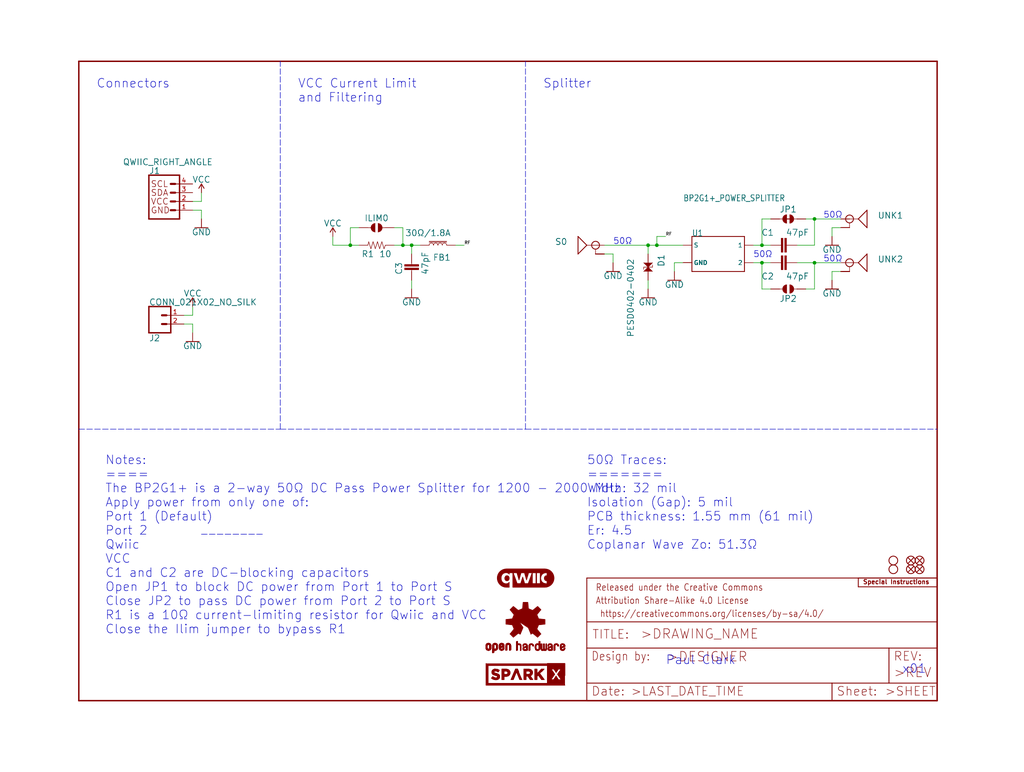
<source format=kicad_sch>
(kicad_sch (version 20211123) (generator eeschema)
  (paper "User" 297.002 223.926)
  (lib_symbols
    (symbol "eagleSchem-eagle-import:10OHM-0603-1{slash}10W-1%"
      (property "Reference" "R" (at 0 1.524 0))
      (property "Value" "10OHM-0603-1{slash}10W-1%" (at 0 -1.524 0))
      (symbol "10OHM-0603-1{slash}10W-1%_1_0"
        (pin passive line (at -5.08 0 0) (length 2.54) (name "1") (number "1"))
        (pin passive line (at 5.08 0 180) (length 2.54) (name "2") (number "2"))
      )
    )
    (symbol "eagleSchem-eagle-import:47PF-0603-50V-5%"
      (property "Reference" "C" (at 1.524 2.921 0))
      (property "Value" "47PF-0603-50V-5%" (at 1.524 -2.159 0))
      (symbol "47PF-0603-50V-5%_1_0"
        (pin passive line (at 0 5.08 270) (length 2.54) (name "1") (number "1"))
        (pin passive line (at 0 -2.54 90) (length 2.54) (name "2") (number "2"))
      )
    )
    (symbol "eagleSchem-eagle-import:ANTENNA-SMA-GROUNDEDEDGE_SMA"
      (property "Reference" "E" (at 3.048 0 0))
      (property "Value" "ANTENNA-SMA-GROUNDEDEDGE_SMA" (at 3.048 -2.286 0))
      (symbol "ANTENNA-SMA-GROUNDEDEDGE_SMA_1_0"
        (pin bidirectional line (at 2.54 -2.54 90) (length 2.54) (name "GND") (number "GND@0"))
        (pin bidirectional line (at 2.54 -2.54 90) (length 2.54) (name "GND") (number "GND@1"))
        (pin bidirectional line (at 2.54 -2.54 90) (length 2.54) (name "GND") (number "GND@2"))
        (pin bidirectional line (at 2.54 -2.54 90) (length 2.54) (name "GND") (number "GND@3"))
        (pin bidirectional line (at 0 -2.54 90) (length 2.54) (name "SIGNAL") (number "SIG"))
      )
    )
    (symbol "eagleSchem-eagle-import:BP2G1+_POWER_SPLITTER"
      (property "Value" "BP2G1+_POWER_SPLITTER" (at -7.62 -7.62 0))
      (symbol "BP2G1+_POWER_SPLITTER_1_0"
        (pin bidirectional line (at -10.16 -2.54 0) (length 2.54) (name "GND") (number "1"))
        (pin bidirectional line (at -10.16 2.54 0) (length 2.54) (name "S") (number "2"))
        (pin bidirectional line (at -10.16 -2.54 0) (length 2.54) (name "GND") (number "3"))
        (pin bidirectional line (at -10.16 -2.54 0) (length 2.54) (name "GND") (number "4"))
        (pin bidirectional line (at 10.16 -2.54 180) (length 2.54) (name "2") (number "5"))
        (pin bidirectional line (at -10.16 -2.54 0) (length 2.54) (name "GND") (number "6"))
        (pin bidirectional line (at -10.16 -2.54 0) (length 2.54) (name "GND") (number "7"))
        (pin bidirectional line (at 10.16 2.54 180) (length 2.54) (name "1") (number "8"))
      )
    )
    (symbol "eagleSchem-eagle-import:CONN_021X02_NO_SILK"
      (property "Reference" "J" (at -2.54 5.588 0))
      (property "Value" "CONN_021X02_NO_SILK" (at -2.54 -4.826 0))
      (symbol "CONN_021X02_NO_SILK_1_0"
        (pin passive line (at 7.62 0 180) (length 5.08) (name "1") (number "1"))
        (pin passive line (at 7.62 2.54 180) (length 5.08) (name "2") (number "2"))
      )
    )
    (symbol "eagleSchem-eagle-import:FERRITE_BEAD-0603"
      (property "Reference" "FB" (at 1.27 2.54 0))
      (property "Value" "FERRITE_BEAD-0603" (at 1.27 -2.54 0))
      (symbol "FERRITE_BEAD-0603_1_0"
        (pin passive line (at 0 5.08 270) (length 2.54) (name "1") (number "1"))
        (pin passive line (at 0 -5.08 90) (length 2.54) (name "2") (number "2"))
      )
    )
    (symbol "eagleSchem-eagle-import:FIDUCIAL1X2")
    (symbol "eagleSchem-eagle-import:FRAME-LETTER"
      (symbol "FRAME-LETTER_2_0"
        (text " https://creativecommons.org/licenses/by-sa/4.0/" (at 2.54 24.13 0) (effects (font (size 1.9304 1.6408)) (justify left bottom)))
        (text ">DESIGNER" (at 23.114 11.176 0) (effects (font (size 2.7432 2.7432)) (justify left bottom)))
        (text ">DRAWING_NAME" (at 15.494 17.78 0) (effects (font (size 2.7432 2.7432)) (justify left bottom)))
        (text ">LAST_DATE_TIME" (at 12.7 1.27 0) (effects (font (size 2.54 2.54)) (justify left bottom)))
        (text ">REV" (at 88.9 6.604 0) (effects (font (size 2.7432 2.7432)) (justify left bottom)))
        (text ">SHEET" (at 86.36 1.27 0) (effects (font (size 2.54 2.54)) (justify left bottom)))
        (text "Attribution Share-Alike 4.0 License" (at 2.54 27.94 0) (effects (font (size 1.9304 1.6408)) (justify left bottom)))
        (text "Date:" (at 1.27 1.27 0) (effects (font (size 2.54 2.54)) (justify left bottom)))
        (text "Design by:" (at 1.27 11.43 0) (effects (font (size 2.54 2.159)) (justify left bottom)))
        (text "Released under the Creative Commons" (at 2.54 31.75 0) (effects (font (size 1.9304 1.6408)) (justify left bottom)))
        (text "REV:" (at 88.9 11.43 0) (effects (font (size 2.54 2.54)) (justify left bottom)))
        (text "Sheet:" (at 72.39 1.27 0) (effects (font (size 2.54 2.54)) (justify left bottom)))
        (text "TITLE:" (at 1.524 17.78 0) (effects (font (size 2.54 2.54)) (justify left bottom)))
      )
    )
    (symbol "eagleSchem-eagle-import:GND" (power)
      (property "Value" "GND" (at 0 -0.254 0))
      (symbol "GND_1_0"
        (pin power_in line (at 0 2.54 270) (length 2.54) (name "GND") (number "1"))
      )
    )
    (symbol "eagleSchem-eagle-import:JUMPER-SMT_2_NC_TRACE_SILK"
      (property "Reference" "JP" (at 0 3.048 0))
      (property "Value" "JUMPER-SMT_2_NC_TRACE_SILK" (at 0 -3.048 0))
      (symbol "JUMPER-SMT_2_NC_TRACE_SILK_1_0"
        (pin passive line (at -5.08 0 0) (length 2.54) (name "1") (number "1"))
        (pin passive line (at 5.08 0 180) (length 2.54) (name "2") (number "2"))
      )
    )
    (symbol "eagleSchem-eagle-import:JUMPER-SMT_2_NO_SILK"
      (property "Reference" "JP" (at 0 2.794 0))
      (property "Value" "JUMPER-SMT_2_NO_SILK" (at 0 -2.794 0))
      (symbol "JUMPER-SMT_2_NO_SILK_1_0"
        (pin passive line (at -5.08 0 0) (length 2.54) (name "1") (number "1"))
        (pin passive line (at 5.08 0 180) (length 2.54) (name "2") (number "2"))
      )
    )
    (symbol "eagleSchem-eagle-import:OSHW-LOGOS")
    (symbol "eagleSchem-eagle-import:PESD0402-0402"
      (property "Reference" "D" (at -2.54 2.794 0))
      (property "Value" "PESD0402-0402" (at -2.54 -2.794 0))
      (symbol "PESD0402-0402_1_0"
        (pin bidirectional line (at -2.54 0 0) (length 2.54) (name "1") (number "1"))
        (pin bidirectional line (at 5.08 0 180) (length 2.54) (name "2") (number "2"))
      )
    )
    (symbol "eagleSchem-eagle-import:QWIIC_CONNECTORJS-1MM"
      (property "Reference" "J" (at -5.08 7.874 0))
      (property "Value" "QWIIC_CONNECTORJS-1MM" (at -5.08 -5.334 0))
      (symbol "QWIIC_CONNECTORJS-1MM_1_0"
        (text "GND" (at -4.572 -2.54 0) (effects (font (size 1.778 1.778)) (justify left)))
        (text "SCL" (at -4.572 5.08 0) (effects (font (size 1.778 1.778)) (justify left)))
        (text "SDA" (at -4.572 2.54 0) (effects (font (size 1.778 1.778)) (justify left)))
        (text "VCC" (at -4.572 0 0) (effects (font (size 1.778 1.778)) (justify left)))
        (pin power_in line (at 7.62 -2.54 180) (length 5.08) (name "1") (number "1"))
        (pin power_in line (at 7.62 0 180) (length 5.08) (name "2") (number "2"))
        (pin passive line (at 7.62 2.54 180) (length 5.08) (name "3") (number "3"))
        (pin passive line (at 7.62 5.08 180) (length 5.08) (name "4") (number "4"))
      )
    )
    (symbol "eagleSchem-eagle-import:QWIIC_LOGO_6MM")
    (symbol "eagleSchem-eagle-import:SPARKX-LOGO3")
    (symbol "eagleSchem-eagle-import:SPECIAL_INSTRUCTIONS-ORDERING"
      (symbol "SPECIAL_INSTRUCTIONS-ORDERING_1_0"
        (text "Special Instructions" (at 1.27 0.6985 0) (effects (font (size 1.27 1.27) (thickness 0.254) bold) (justify left bottom)))
      )
    )
    (symbol "eagleSchem-eagle-import:STAND-OFF")
    (symbol "eagleSchem-eagle-import:VCC" (power)
      (property "Value" "VCC" (at 0 2.794 0))
      (symbol "VCC_1_0"
        (pin power_in line (at 0 0 90) (length 2.54) (name "VCC") (number "1"))
      )
    )
  )
  (junction (at 119.38 71.12))
  (junction (at 101.6 71.12))
  (junction (at 190.5 71.12))
  (junction (at 187.96 71.12))
  (junction (at 236.22 76.2))
  (junction (at 116.84 71.12))
  (junction (at 236.22 63.5))
  (junction (at 220.98 76.2))
  (junction (at 220.98 71.12))
  (polyline (pts (xy 152.4 124.46) (xy 271.78 124.46)))
  (wire (pts (xy 236.22 83.82) (xy 236.22 76.2)))
  (polyline (pts (xy 152.4 124.46) (xy 152.4 17.78)))
  (wire (pts (xy 233.68 83.82) (xy 236.22 83.82)))
  (wire (pts (xy 55.88 93.98) (xy 55.88 96.52)))
  (wire (pts (xy 101.6 66.04) (xy 101.6 71.12)))
  (wire (pts (xy 55.88 88.9) (xy 55.88 91.44)))
  (wire (pts (xy 175.26 71.12) (xy 187.96 71.12)))
  (wire (pts (xy 58.42 60.96) (xy 58.42 63.5)))
  (wire (pts (xy 177.8 73.66) (xy 177.8 76.2)))
  (wire (pts (xy 187.96 73.66) (xy 187.96 71.12)))
  (wire (pts (xy 58.42 58.42) (xy 55.88 58.42)))
  (wire (pts (xy 236.22 63.5) (xy 236.22 71.12)))
  (wire (pts (xy 187.96 71.12) (xy 190.5 71.12)))
  (wire (pts (xy 223.52 76.2) (xy 220.98 76.2)))
  (wire (pts (xy 231.14 76.2) (xy 236.22 76.2)))
  (wire (pts (xy 116.84 71.12) (xy 119.38 71.12)))
  (wire (pts (xy 119.38 71.12) (xy 121.92 71.12)))
  (wire (pts (xy 243.84 63.5) (xy 236.22 63.5)))
  (wire (pts (xy 96.52 68.58) (xy 96.52 71.12)))
  (wire (pts (xy 241.3 66.04) (xy 241.3 68.58)))
  (wire (pts (xy 114.3 66.04) (xy 116.84 66.04)))
  (wire (pts (xy 243.84 76.2) (xy 236.22 76.2)))
  (wire (pts (xy 223.52 83.82) (xy 220.98 83.82)))
  (wire (pts (xy 195.58 76.2) (xy 195.58 78.74)))
  (wire (pts (xy 119.38 73.66) (xy 119.38 71.12)))
  (wire (pts (xy 190.5 68.58) (xy 190.5 71.12)))
  (wire (pts (xy 53.34 93.98) (xy 55.88 93.98)))
  (wire (pts (xy 132.08 71.12) (xy 134.62 71.12)))
  (wire (pts (xy 220.98 63.5) (xy 220.98 71.12)))
  (wire (pts (xy 96.52 71.12) (xy 101.6 71.12)))
  (wire (pts (xy 243.84 66.04) (xy 241.3 66.04)))
  (wire (pts (xy 218.44 76.2) (xy 220.98 76.2)))
  (polyline (pts (xy 22.86 124.46) (xy 81.28 124.46)))
  (polyline (pts (xy 81.28 124.46) (xy 81.28 17.78)))
  (wire (pts (xy 114.3 71.12) (xy 116.84 71.12)))
  (wire (pts (xy 193.04 68.58) (xy 190.5 68.58)))
  (wire (pts (xy 223.52 63.5) (xy 220.98 63.5)))
  (wire (pts (xy 220.98 83.82) (xy 220.98 76.2)))
  (wire (pts (xy 218.44 71.12) (xy 220.98 71.12)))
  (wire (pts (xy 233.68 63.5) (xy 236.22 63.5)))
  (polyline (pts (xy 58.42 154.94) (xy 76.2 154.94)))
  (wire (pts (xy 243.84 78.74) (xy 241.3 78.74)))
  (polyline (pts (xy 81.28 124.46) (xy 152.4 124.46)))
  (wire (pts (xy 198.12 76.2) (xy 195.58 76.2)))
  (wire (pts (xy 116.84 66.04) (xy 116.84 71.12)))
  (wire (pts (xy 231.14 71.12) (xy 236.22 71.12)))
  (wire (pts (xy 190.5 71.12) (xy 198.12 71.12)))
  (wire (pts (xy 53.34 91.44) (xy 55.88 91.44)))
  (wire (pts (xy 58.42 55.88) (xy 58.42 58.42)))
  (wire (pts (xy 175.26 73.66) (xy 177.8 73.66)))
  (wire (pts (xy 119.38 81.28) (xy 119.38 83.82)))
  (wire (pts (xy 104.14 71.12) (xy 101.6 71.12)))
  (wire (pts (xy 187.96 81.28) (xy 187.96 83.82)))
  (wire (pts (xy 241.3 78.74) (xy 241.3 81.28)))
  (wire (pts (xy 104.14 66.04) (xy 101.6 66.04)))
  (wire (pts (xy 55.88 60.96) (xy 58.42 60.96)))
  (wire (pts (xy 223.52 71.12) (xy 220.98 71.12)))
  (text "50Ω" (at 177.8 71.12 180) (effects (font (size 1.778 1.778)) (justify left bottom)))
  (text "Connectors" (at 27.94 22.86 180) (effects (font (size 2.54 2.54)) (justify left top)))
  (text "50Ω" (at 218.44 74.93 180) (effects (font (size 1.778 1.778)) (justify left bottom)))
  (text "VCC Current Limit\nand Filtering" (at 86.36 22.86 180) (effects (font (size 2.54 2.54)) (justify left top)))
  (text "50Ω" (at 238.76 76.2 180) (effects (font (size 1.778 1.778)) (justify left bottom)))
  (text "Splitter" (at 157.48 22.86 180) (effects (font (size 2.54 2.54)) (justify left top)))
  (text "Notes:\n====\nThe BP2G1+ is a 2-way 50Ω DC Pass Power Splitter for 1200 - 2000 MHz\nApply power from only one of:\nPort 1 (Default)\nPort 2\nQwiic\nVCC\nC1 and C2 are DC-blocking capacitors\nOpen JP1 to block DC power from Port 1 to Port S\nClose JP2 to pass DC power from Port 2 to Port S\nR1 is a 10Ω current-limiting resistor for Qwiic and VCC\nClose the Ilim jumper to bypass R1" (at 30.48 132.08 0) (effects (font (size 2.54 2.54)) (justify left top)))
  (text "x01" (at 261.62 195.58 180) (effects (font (size 2.54 2.54)) (justify left bottom)))
  (text "50Ω" (at 238.76 63.5 180) (effects (font (size 1.778 1.778)) (justify left bottom)))
  (text "Paul Clark" (at 193.04 193.04 180) (effects (font (size 2.54 2.54)) (justify left bottom)))
  (text "50Ω Traces:\n=======\nWidth: 32 mil\nIsolation (Gap): 5 mil\nPCB thickness: 1.55 mm (61 mil)\nEr: 4.5\nCoplanar Wave Zo: 51.3Ω" (at 170.18 132.08 0) (effects (font (size 2.54 2.54)) (justify left top)))
  (label "RF" (at 134.62 71.12 0) (effects (font (size 0.889 0.889))))
  (label "RF" (at 193.04 68.58 0) (effects (font (size 0.889 0.889))))
  (symbol (lib_id "eagleSchem-eagle-import:STAND-OFF") (at 259.08 162.56 0) (unit 1)
    (property "Reference" "H1" (effects hide))
    (property "Value" "STAND-OFF" (effects hide))
    (property "Footprint" "eagleSchem:STAND-OFF" (effects hide))
  )
  (symbol (lib_id "eagleSchem-eagle-import:JUMPER-SMT_2_NO_SILK") (at 109.22 66.04 0) (unit 1)
    (property "Reference" "ILIM0" (at 109.22 63.246 0) (effects (font (size 1.778 1.778))))
    (property "Value" "JUMPER-SMT_2_NO_SILK" (effects hide))
    (property "Footprint" "eagleSchem:SMT-JUMPER_2_NO_SILK" (effects hide))
  )
  (symbol (lib_id "eagleSchem-eagle-import:47PF-0603-50V-5%") (at 228.6 71.12 90) (unit 1)
    (property "Reference" "C1" (at 224.536 66.421 90) (effects (font (size 1.778 1.778)) (justify left bottom)))
    (property "Value" "47pF" (at 234.696 66.421 90) (effects (font (size 1.778 1.778)) (justify left bottom)))
    (property "Footprint" "eagleSchem:0603" (effects hide))
  )
  (symbol (lib_id "eagleSchem-eagle-import:GND") (at 58.42 66.04 0) (unit 1)
    (property "Reference" "#GND5" (effects hide))
    (property "Value" "GND" (at 58.42 66.294 0) (effects (font (size 1.778 1.778)) (justify top)))
    (property "Footprint" "eagleSchem:" (effects hide))
  )
  (symbol (lib_id "eagleSchem-eagle-import:JUMPER-SMT_2_NC_TRACE_SILK") (at 228.6 63.5 0) (unit 1)
    (property "Reference" "JP1" (at 228.6 60.706 0) (effects (font (size 1.778 1.778))))
    (property "Value" "JUMPER-SMT_2_NC_TRACE_SILK" (effects hide))
    (property "Footprint" "eagleSchem:SMT-JUMPER_2_NC_TRACE_SILK" (effects hide))
  )
  (symbol (lib_id "eagleSchem-eagle-import:FRAME-LETTER") (at 170.18 203.2 0) (unit 2)
    (property "Reference" "FRAME1" (effects hide))
    (property "Value" "FRAME-LETTER" (effects hide))
    (property "Footprint" "eagleSchem:CREATIVE_COMMONS" (effects hide))
  )
  (symbol (lib_id "eagleSchem-eagle-import:JUMPER-SMT_2_NO_SILK") (at 228.6 83.82 180) (unit 1)
    (property "Reference" "JP2" (at 228.6 86.614 0) (effects (font (size 1.778 1.778))))
    (property "Value" "JUMPER-SMT_2_NO_SILK" (effects hide))
    (property "Footprint" "eagleSchem:SMT-JUMPER_2_NO_SILK" (effects hide))
  )
  (symbol (lib_id "eagleSchem-eagle-import:10OHM-0603-1{slash}10W-1%") (at 109.22 71.12 180) (unit 1)
    (property "Reference" "R1" (at 106.68 72.644 0) (effects (font (size 1.778 1.778)) (justify bottom)))
    (property "Value" "10" (at 111.76 74.676 0) (effects (font (size 1.778 1.778)) (justify top)))
    (property "Footprint" "eagleSchem:0603" (effects hide))
  )
  (symbol (lib_id "eagleSchem-eagle-import:GND") (at 195.58 81.28 0) (unit 1)
    (property "Reference" "#GND3" (effects hide))
    (property "Value" "GND" (at 195.58 81.534 0) (effects (font (size 1.778 1.778)) (justify top)))
    (property "Footprint" "eagleSchem:" (effects hide))
  )
  (symbol (lib_id "eagleSchem-eagle-import:FIDUCIAL1X2") (at 266.7 162.56 0) (unit 1)
    (property "Reference" "FD3" (effects hide))
    (property "Value" "FIDUCIAL1X2" (effects hide))
    (property "Footprint" "eagleSchem:FIDUCIAL-1X2" (effects hide))
  )
  (symbol (lib_id "eagleSchem-eagle-import:ANTENNA-SMA-GROUNDEDEDGE_SMA") (at 246.38 76.2 270) (unit 1)
    (property "Reference" "UNK2" (at 254.508 76.2 90) (effects (font (size 1.778 1.778)) (justify left bottom)))
    (property "Value" "ANTENNA-SMA-GROUNDEDEDGE_SMA" (effects hide))
    (property "Footprint" "eagleSchem:SMA-EDGE" (effects hide))
  )
  (symbol (lib_id "eagleSchem-eagle-import:GND") (at 55.88 99.06 0) (mirror y) (unit 1)
    (property "Reference" "#GND6" (effects hide))
    (property "Value" "GND" (at 55.88 99.314 0) (effects (font (size 1.778 1.778)) (justify top)))
    (property "Footprint" "eagleSchem:" (effects hide))
  )
  (symbol (lib_id "eagleSchem-eagle-import:GND") (at 241.3 83.82 0) (unit 1)
    (property "Reference" "#GND1" (effects hide))
    (property "Value" "GND" (at 241.3 84.074 0) (effects (font (size 1.778 1.778)) (justify top)))
    (property "Footprint" "eagleSchem:" (effects hide))
  )
  (symbol (lib_id "eagleSchem-eagle-import:SPARKX-LOGO3") (at 152.4 195.58 0) (unit 1)
    (property "Reference" "U$1" (effects hide))
    (property "Value" "SPARKX-LOGO3" (effects hide))
    (property "Footprint" "eagleSchem:SPARKX-SMALL" (effects hide))
  )
  (symbol (lib_id "eagleSchem-eagle-import:QWIIC_LOGO_6MM") (at 152.4 167.64 0) (unit 1)
    (property "Reference" "LOGO2" (effects hide))
    (property "Value" "QWIIC_LOGO_6MM" (effects hide))
    (property "Footprint" "eagleSchem:QWIIC_6MM" (effects hide))
  )
  (symbol (lib_id "eagleSchem-eagle-import:SPARKX-LOGO3") (at 152.4 195.58 0) (unit 1)
    (property "Reference" "U$2" (effects hide))
    (property "Value" "SPARKX-LOGO3" (effects hide))
    (property "Footprint" "eagleSchem:SPARKX-SMALL" (effects hide))
  )
  (symbol (lib_id "eagleSchem-eagle-import:47PF-0603-50V-5%") (at 119.38 76.2 0) (mirror x) (unit 1)
    (property "Reference" "C3" (at 114.681 79.756 90) (effects (font (size 1.778 1.778)) (justify right top)))
    (property "Value" "47pF" (at 122.301 79.756 90) (effects (font (size 1.778 1.778)) (justify right top)))
    (property "Footprint" "eagleSchem:0603" (effects hide))
  )
  (symbol (lib_id "eagleSchem-eagle-import:ANTENNA-SMA-GROUNDEDEDGE_SMA") (at 246.38 63.5 270) (unit 1)
    (property "Reference" "UNK1" (at 254.508 63.5 90) (effects (font (size 1.778 1.778)) (justify left bottom)))
    (property "Value" "ANTENNA-SMA-GROUNDEDEDGE_SMA" (effects hide))
    (property "Footprint" "eagleSchem:SMA-EDGE" (effects hide))
  )
  (symbol (lib_id "eagleSchem-eagle-import:FRAME-LETTER") (at 22.86 203.2 0) (unit 1)
    (property "Reference" "FRAME1" (effects hide))
    (property "Value" "FRAME-LETTER" (effects hide))
    (property "Footprint" "eagleSchem:CREATIVE_COMMONS" (effects hide))
  )
  (symbol (lib_id "eagleSchem-eagle-import:PESD0402-0402") (at 187.96 76.2 270) (unit 1)
    (property "Reference" "D1" (at 190.754 73.66 0) (effects (font (size 1.778 1.778)) (justify left bottom)))
    (property "Value" "PESD0402-0402" (at 183.896 74.93 0) (effects (font (size 1.778 1.778)) (justify left top)))
    (property "Footprint" "eagleSchem:0402" (effects hide))
  )
  (symbol (lib_id "eagleSchem-eagle-import:VCC") (at 55.88 88.9 0) (mirror y) (unit 1)
    (property "Reference" "#SUPPLY2" (effects hide))
    (property "Value" "VCC" (at 55.88 86.106 0) (effects (font (size 1.778 1.778)) (justify bottom)))
    (property "Footprint" "eagleSchem:" (effects hide))
  )
  (symbol (lib_id "eagleSchem-eagle-import:OSHW-LOGOS") (at 152.4 180.34 0) (unit 1)
    (property "Reference" "LOGO1" (effects hide))
    (property "Value" "OSHW-LOGOS" (effects hide))
    (property "Footprint" "eagleSchem:OSHW-LOGO-S" (effects hide))
  )
  (symbol (lib_id "eagleSchem-eagle-import:STAND-OFF") (at 259.08 165.1 0) (unit 1)
    (property "Reference" "H2" (effects hide))
    (property "Value" "STAND-OFF" (effects hide))
    (property "Footprint" "eagleSchem:STAND-OFF" (effects hide))
  )
  (symbol (lib_id "eagleSchem-eagle-import:FIDUCIAL1X2") (at 264.16 165.1 0) (unit 1)
    (property "Reference" "FD1" (effects hide))
    (property "Value" "FIDUCIAL1X2" (effects hide))
    (property "Footprint" "eagleSchem:FIDUCIAL-1X2" (effects hide))
  )
  (symbol (lib_id "eagleSchem-eagle-import:ANTENNA-SMA-GROUNDEDEDGE_SMA") (at 172.72 71.12 90) (mirror x) (unit 1)
    (property "Reference" "S0" (at 164.592 71.12 90) (effects (font (size 1.778 1.778)) (justify left bottom)))
    (property "Value" "ANTENNA-SMA-GROUNDEDEDGE_SMA" (effects hide))
    (property "Footprint" "eagleSchem:SMA-EDGE" (effects hide))
  )
  (symbol (lib_id "eagleSchem-eagle-import:FIDUCIAL1X2") (at 264.16 162.56 0) (unit 1)
    (property "Reference" "FD4" (effects hide))
    (property "Value" "FIDUCIAL1X2" (effects hide))
    (property "Footprint" "eagleSchem:FIDUCIAL-1X2" (effects hide))
  )
  (symbol (lib_id "eagleSchem-eagle-import:GND") (at 241.3 71.12 0) (unit 1)
    (property "Reference" "#GND2" (effects hide))
    (property "Value" "GND" (at 241.3 71.374 0) (effects (font (size 1.778 1.778)) (justify top)))
    (property "Footprint" "eagleSchem:" (effects hide))
  )
  (symbol (lib_id "eagleSchem-eagle-import:FIDUCIAL1X2") (at 266.7 165.1 0) (unit 1)
    (property "Reference" "FD2" (effects hide))
    (property "Value" "FIDUCIAL1X2" (effects hide))
    (property "Footprint" "eagleSchem:FIDUCIAL-1X2" (effects hide))
  )
  (symbol (lib_id "eagleSchem-eagle-import:VCC") (at 58.42 55.88 0) (unit 1)
    (property "Reference" "#SUPPLY1" (effects hide))
    (property "Value" "VCC" (at 58.42 53.086 0) (effects (font (size 1.778 1.778)) (justify bottom)))
    (property "Footprint" "eagleSchem:" (effects hide))
  )
  (symbol (lib_id "eagleSchem-eagle-import:GND") (at 119.38 86.36 0) (unit 1)
    (property "Reference" "#GND18" (effects hide))
    (property "Value" "GND" (at 119.38 86.614 0) (effects (font (size 1.778 1.778)) (justify top)))
    (property "Footprint" "eagleSchem:" (effects hide))
  )
  (symbol (lib_id "eagleSchem-eagle-import:GND") (at 187.96 86.36 0) (unit 1)
    (property "Reference" "#GND12" (effects hide))
    (property "Value" "GND" (at 187.96 86.614 0) (effects (font (size 1.778 1.778)) (justify top)))
    (property "Footprint" "eagleSchem:" (effects hide))
  )
  (symbol (lib_id "eagleSchem-eagle-import:CONN_021X02_NO_SILK") (at 45.72 91.44 0) (mirror x) (unit 1)
    (property "Reference" "J2" (at 43.18 97.028 0) (effects (font (size 1.778 1.778)) (justify left bottom)))
    (property "Value" "CONN_021X02_NO_SILK" (at 43.18 86.614 0) (effects (font (size 1.778 1.778)) (justify left bottom)))
    (property "Footprint" "eagleSchem:1X02_NO_SILK" (effects hide))
  )
  (symbol (lib_id "eagleSchem-eagle-import:SPECIAL_INSTRUCTIONS-ORDERING") (at 248.92 170.18 0) (unit 1)
    (property "Reference" "LOGO3" (effects hide))
    (property "Value" "SPECIAL_INSTRUCTIONS-ORDERING" (effects hide))
    (property "Footprint" "eagleSchem:ORDERING_INSTRUCTIONS" (effects hide))
  )
  (symbol (lib_id "eagleSchem-eagle-import:BP2G1+_POWER_SPLITTER") (at 208.28 73.66 0) (unit 1)
    (property "Reference" "U1" (at 200.66 68.58 0) (effects (font (size 1.778 1.5113)) (justify left bottom)))
    (property "Value" "BP2G1+_POWER_SPLITTER" (at 198.12 58.42 0) (effects (font (size 1.778 1.5113)) (justify left bottom)))
    (property "Footprint" "eagleSchem:XX21" (effects hide))
  )
  (symbol (lib_id "eagleSchem-eagle-import:FERRITE_BEAD-0603") (at 127 71.12 90) (unit 1)
    (property "Reference" "FB1" (at 130.81 73.66 90) (effects (font (size 1.778 1.778)) (justify left bottom)))
    (property "Value" "30Ω/1.8A" (at 130.81 68.58 90) (effects (font (size 1.778 1.778)) (justify left top)))
    (property "Footprint" "eagleSchem:0603" (effects hide))
  )
  (symbol (lib_id "eagleSchem-eagle-import:GND") (at 177.8 78.74 0) (unit 1)
    (property "Reference" "#GND4" (effects hide))
    (property "Value" "GND" (at 177.8 78.994 0) (effects (font (size 1.778 1.778)) (justify top)))
    (property "Footprint" "eagleSchem:" (effects hide))
  )
  (symbol (lib_id "eagleSchem-eagle-import:VCC") (at 96.52 68.58 0) (unit 1)
    (property "Reference" "#SUPPLY3" (effects hide))
    (property "Value" "VCC" (at 96.52 65.786 0) (effects (font (size 1.778 1.778)) (justify bottom)))
    (property "Footprint" "eagleSchem:" (effects hide))
  )
  (symbol (lib_id "eagleSchem-eagle-import:47PF-0603-50V-5%") (at 226.06 76.2 270) (unit 1)
    (property "Reference" "C2" (at 224.536 79.121 90) (effects (font (size 1.778 1.778)) (justify right top)))
    (property "Value" "47pF" (at 234.696 79.121 90) (effects (font (size 1.778 1.778)) (justify right top)))
    (property "Footprint" "eagleSchem:0603" (effects hide))
  )
  (symbol (lib_id "eagleSchem-eagle-import:QWIIC_CONNECTORJS-1MM") (at 48.26 58.42 0) (unit 1)
    (property "Reference" "J1" (at 43.18 50.546 0) (effects (font (size 1.778 1.778)) (justify left bottom)))
    (property "Value" "QWIIC_RIGHT_ANGLE" (at 35.56 45.974 0) (effects (font (size 1.778 1.778)) (justify left top)))
    (property "Footprint" "eagleSchem:JST04_1MM_RA" (effects hide))
  )
)
</source>
